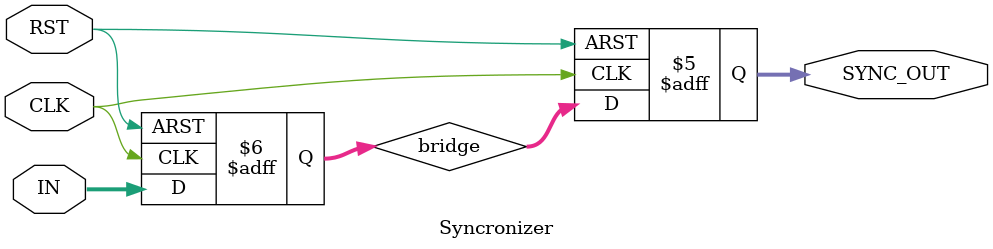
<source format=v>
module Syncronizer #(parameter ADDR_DATA = 3)(
  
  input wire [(ADDR_DATA):0] IN,
  input wire                 CLK, RST,
  output reg [(ADDR_DATA):0] SYNC_OUT
  
  );
  
  reg [(ADDR_DATA):0] bridge;
  ///////////////////////////first flop///////////////////////////
  always@(posedge CLK or negedge RST)
    begin
      if(!RST)
        begin
          bridge <= 1'b0;
        end
      else
        begin
          bridge <= IN;
        end
    end
    
  ////////////////////////second flop/////////////////////////  
  always@(posedge CLK or negedge RST)
    begin
      if(!RST)
        begin
          SYNC_OUT <= 1'b0;
        end
      else
        begin
          SYNC_OUT <= bridge;
        end
    end
  
 
endmodule

</source>
